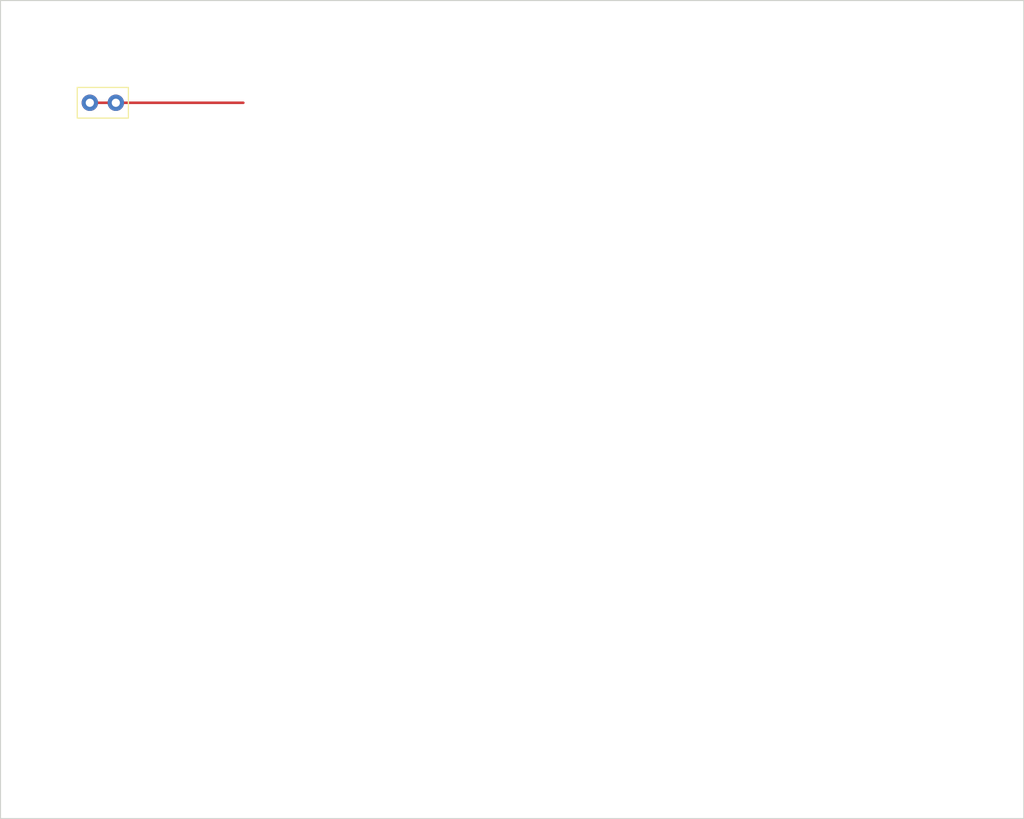
<source format=kicad_pcb>
(kicad_pcb (version 20230121) (generator "Othertales Q PCB Agent")
  (layers (0 "F.Cu" signal) (31 "B.Cu" signal) (34 "B.Paste" user) (35 "F.Paste" user) (36 "B.SilkS" user "B.Silkscreen") (37 "F.SilkS" user "F.Silkscreen") (38 "B.Mask" user) (39 "F.Mask" user) (44 "Edge.Cuts" user))
  (net 0 "")
  (net 1 "GND")
  (net 2 "VCC")
  (gr_rect (start 0 0) (end 100.0 80.0) (stroke (width 0.1)) (layer "Edge.Cuts"))
  (footprint "Arduino_Uno_R3" (layer "F.Cu") (at 10 10)
    (property "Reference" "M1" (at 0 -3.5 0) (layer "F.SilkS"))
    (property "Value" "Arduino Uno R3")
    (fp_rect (start -2.5 -1.5) (end 2.5 1.5) (stroke (width 0.12)) (layer "F.SilkS"))
    (pad "1" thru_hole circle (at -1.27 0) (size 1.6 1.6) (drill 0.8) (layers "*.Cu" "*.Mask") (net 1 "GND"))
    (pad "2" thru_hole circle (at 1.27 0) (size 1.6 1.6) (drill 0.8) (layers "*.Cu" "*.Mask") (net 2 "VCC"))
  )
  (segment (start 8.73 10) (end 23.73 10) (width 0.25) (layer "F.Cu") (net 1))
)
</source>
